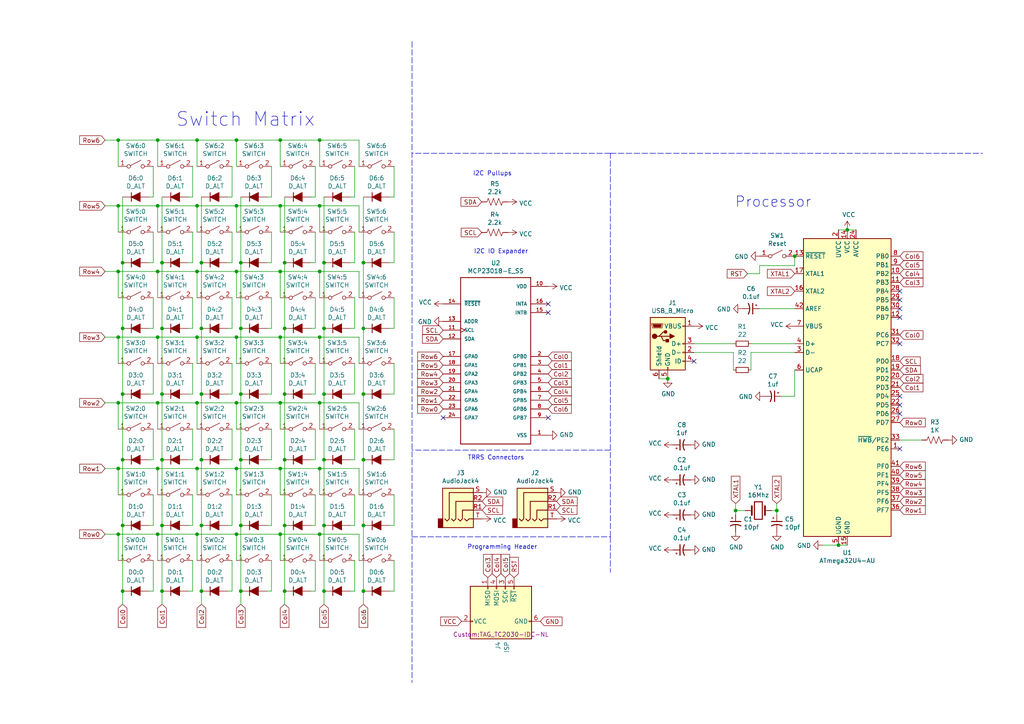
<source format=kicad_sch>
(kicad_sch (version 20231120) (generator "eeschema") (generator_version "8.0")
  (paper "A4")
  (junction (at 57.15 154.94))
  (junction (at 105.41 76.2))
  (junction (at 68.58 154.94))
  (junction (at 45.72 154.94))
  (junction (at 105.41 171.45))
  (junction (at 92.71 78.74))
  (junction (at 230.505 74.295))
  (junction (at 81.28 97.79))
  (junction (at 245.745 66.675))
  (junction (at 105.41 152.4))
  (junction (at 82.55 133.35))
  (junction (at 81.28 78.74))
  (junction (at 82.55 114.3))
  (junction (at 92.71 154.94))
  (junction (at 35.56 114.3))
  (junction (at 34.29 135.89))
  (junction (at 68.58 97.79))
  (junction (at 46.99 76.2))
  (junction (at 34.29 116.84))
  (junction (at 58.42 95.25))
  (junction (at 82.55 152.4))
  (junction (at 57.15 116.84))
  (junction (at 34.29 78.74))
  (junction (at 105.41 133.35))
  (junction (at 92.71 116.84))
  (junction (at 45.72 135.89))
  (junction (at 46.99 95.25))
  (junction (at 34.29 154.94))
  (junction (at 35.56 133.35))
  (junction (at 35.56 76.2))
  (junction (at 45.72 40.64))
  (junction (at 45.72 78.74))
  (junction (at 81.28 59.69))
  (junction (at 58.42 171.45))
  (junction (at 34.29 59.69))
  (junction (at 45.72 116.84))
  (junction (at 92.71 97.79))
  (junction (at 68.58 78.74))
  (junction (at 69.85 133.35))
  (junction (at 34.29 40.64))
  (junction (at 93.98 76.2))
  (junction (at 58.42 133.35))
  (junction (at 93.98 114.3))
  (junction (at 58.42 152.4))
  (junction (at 82.55 76.2))
  (junction (at 213.36 148.082))
  (junction (at 57.15 97.79))
  (junction (at 46.99 133.35))
  (junction (at 82.55 171.45))
  (junction (at 57.15 135.89))
  (junction (at 45.72 59.69))
  (junction (at 69.85 95.25))
  (junction (at 81.28 116.84))
  (junction (at 46.99 114.3))
  (junction (at 68.58 116.84))
  (junction (at 35.56 152.4))
  (junction (at 81.28 40.64))
  (junction (at 68.58 135.89))
  (junction (at 46.99 152.4))
  (junction (at 93.98 95.25))
  (junction (at 69.85 114.3))
  (junction (at 68.58 59.69))
  (junction (at 93.98 171.45))
  (junction (at 105.41 114.3))
  (junction (at 105.41 95.25))
  (junction (at 34.29 97.79))
  (junction (at 57.15 59.69))
  (junction (at 57.15 78.74))
  (junction (at 93.98 133.35))
  (junction (at 35.56 95.25))
  (junction (at 58.42 76.2))
  (junction (at 243.205 158.115))
  (junction (at 45.72 97.79))
  (junction (at 69.85 76.2))
  (junction (at 193.675 109.855))
  (junction (at 35.56 171.45))
  (junction (at 69.85 152.4))
  (junction (at 81.28 135.89))
  (junction (at 81.28 154.94))
  (junction (at 92.71 135.89))
  (junction (at 68.58 40.64))
  (junction (at 82.55 95.25))
  (junction (at 225.298 148.082))
  (junction (at 58.42 114.3))
  (junction (at 46.99 171.45))
  (junction (at 92.71 40.64))
  (junction (at 57.15 40.64))
  (junction (at 92.71 59.69))
  (junction (at 93.98 152.4))
  (junction (at 69.85 171.45))
  (no_connect (at 201.295 104.775))
  (no_connect (at 260.985 99.695))
  (no_connect (at 128.524 121.158))
  (no_connect (at 260.985 89.535))
  (no_connect (at 159.004 88.138))
  (no_connect (at 260.985 120.015))
  (no_connect (at 260.985 92.075))
  (no_connect (at 159.004 90.678))
  (no_connect (at 260.985 84.455))
  (no_connect (at 260.985 86.995))
  (no_connect (at 260.985 117.475))
  (no_connect (at 260.985 130.175))
  (no_connect (at 159.004 121.158))
  (no_connect (at 260.985 114.935))
  (wire (pts (xy 102.87 105.41) (xy 102.87 114.3)))
  (wire (pts (xy 45.72 154.94) (xy 57.15 154.94)))
  (wire (pts (xy 44.45 67.31) (xy 44.45 76.2)))
  (wire (pts (xy 45.72 143.51) (xy 45.72 135.89)))
  (wire (pts (xy 91.44 95.25) (xy 90.17 95.25)))
  (wire (pts (xy 30.48 154.94) (xy 34.29 154.94)))
  (wire (pts (xy 243.205 158.115) (xy 238.506 158.115)))
  (wire (pts (xy 102.87 76.2) (xy 101.6 76.2)))
  (wire (pts (xy 45.72 116.84) (xy 57.15 116.84)))
  (wire (pts (xy 58.42 152.4) (xy 58.42 133.35)))
  (wire (pts (xy 34.29 124.46) (xy 34.29 116.84)))
  (wire (pts (xy 81.28 116.84) (xy 92.71 116.84)))
  (wire (pts (xy 30.48 135.89) (xy 34.29 135.89)))
  (wire (pts (xy 105.41 76.2) (xy 105.41 95.25)))
  (wire (pts (xy 102.87 152.4) (xy 101.6 152.4)))
  (wire (pts (xy 69.85 152.4) (xy 69.85 133.35)))
  (wire (pts (xy 58.42 171.45) (xy 58.42 152.4)))
  (wire (pts (xy 55.88 86.36) (xy 55.88 95.25)))
  (wire (pts (xy 105.41 95.25) (xy 105.41 114.3)))
  (wire (pts (xy 104.14 97.79) (xy 104.14 105.41)))
  (wire (pts (xy 45.72 78.74) (xy 57.15 78.74)))
  (wire (pts (xy 35.56 175.26) (xy 35.56 171.45)))
  (wire (pts (xy 57.15 86.36) (xy 57.15 78.74)))
  (wire (pts (xy 67.31 133.35) (xy 66.04 133.35)))
  (wire (pts (xy 92.71 48.26) (xy 92.71 40.64)))
  (wire (pts (xy 230.505 114.935) (xy 226.695 114.935)))
  (wire (pts (xy 213.36 148.082) (xy 213.36 149.225)))
  (wire (pts (xy 58.42 95.25) (xy 58.42 114.3)))
  (wire (pts (xy 102.87 86.36) (xy 102.87 95.25)))
  (wire (pts (xy 78.74 152.4) (xy 77.47 152.4)))
  (wire (pts (xy 35.56 171.45) (xy 35.56 152.4)))
  (wire (pts (xy 67.31 95.25) (xy 66.04 95.25)))
  (wire (pts (xy 92.71 97.79) (xy 104.14 97.79)))
  (wire (pts (xy 45.72 162.56) (xy 45.72 154.94)))
  (wire (pts (xy 91.44 57.15) (xy 90.17 57.15)))
  (wire (pts (xy 57.15 162.56) (xy 57.15 154.94)))
  (wire (pts (xy 34.29 86.36) (xy 34.29 78.74)))
  (wire (pts (xy 102.87 143.51) (xy 102.87 152.4)))
  (wire (pts (xy 102.87 57.15) (xy 101.6 57.15)))
  (wire (pts (xy 45.72 48.26) (xy 45.72 40.64)))
  (wire (pts (xy 67.31 152.4) (xy 66.04 152.4)))
  (wire (pts (xy 81.28 86.36) (xy 81.28 78.74)))
  (wire (pts (xy 105.41 175.26) (xy 105.41 171.45)))
  (wire (pts (xy 82.55 175.26) (xy 82.55 171.45)))
  (wire (pts (xy 92.71 78.74) (xy 104.14 78.74)))
  (wire (pts (xy 78.74 86.36) (xy 78.74 95.25)))
  (wire (pts (xy 82.55 57.15) (xy 82.55 76.2)))
  (wire (pts (xy 68.58 105.41) (xy 68.58 97.79)))
  (wire (pts (xy 34.29 48.26) (xy 34.29 40.64)))
  (wire (pts (xy 30.48 40.64) (xy 34.29 40.64)))
  (wire (pts (xy 104.14 135.89) (xy 104.14 143.51)))
  (wire (pts (xy 81.28 105.41) (xy 81.28 97.79)))
  (wire (pts (xy 30.48 78.74) (xy 34.29 78.74)))
  (wire (pts (xy 44.45 86.36) (xy 44.45 95.25)))
  (wire (pts (xy 44.45 48.26) (xy 44.45 57.15)))
  (wire (pts (xy 92.71 162.56) (xy 92.71 154.94)))
  (wire (pts (xy 68.58 40.64) (xy 81.28 40.64)))
  (wire (pts (xy 104.14 59.69) (xy 104.14 67.31)))
  (wire (pts (xy 78.74 76.2) (xy 77.47 76.2)))
  (wire (pts (xy 55.88 143.51) (xy 55.88 152.4)))
  (wire (pts (xy 82.55 152.4) (xy 82.55 133.35)))
  (wire (pts (xy 45.72 105.41) (xy 45.72 97.79)))
  (wire (pts (xy 69.85 95.25) (xy 69.85 114.3)))
  (wire (pts (xy 82.55 133.35) (xy 82.55 114.3)))
  (wire (pts (xy 67.31 48.26) (xy 67.31 57.15)))
  (wire (pts (xy 260.985 127.635) (xy 267.335 127.635)))
  (wire (pts (xy 102.87 48.26) (xy 102.87 57.15)))
  (polyline (pts (xy 177.038 155.702) (xy 177.038 130.556)) (stroke (width 0) (type dash)))
  (wire (pts (xy 58.42 57.15) (xy 58.42 76.2)))
  (wire (pts (xy 55.88 48.26) (xy 55.88 57.15)))
  (wire (pts (xy 55.88 67.31) (xy 55.88 76.2)))
  (wire (pts (xy 230.505 74.295) (xy 230.505 77.0486)))
  (wire (pts (xy 46.99 76.2) (xy 46.99 95.25)))
  (wire (pts (xy 81.28 59.69) (xy 92.71 59.69)))
  (wire (pts (xy 68.58 116.84) (xy 81.28 116.84)))
  (wire (pts (xy 46.99 175.26) (xy 46.99 171.45)))
  (wire (pts (xy 57.15 67.31) (xy 57.15 59.69)))
  (wire (pts (xy 92.71 40.64) (xy 104.14 40.64)))
  (wire (pts (xy 68.58 97.79) (xy 81.28 97.79)))
  (wire (pts (xy 35.56 152.4) (xy 35.56 133.35)))
  (wire (pts (xy 217.805 99.695) (xy 230.505 99.695)))
  (wire (pts (xy 230.505 89.535) (xy 220.345 89.535)))
  (wire (pts (xy 114.3 162.56) (xy 114.3 171.45)))
  (wire (pts (xy 67.31 124.46) (xy 67.31 133.35)))
  (wire (pts (xy 93.98 133.35) (xy 93.98 114.3)))
  (wire (pts (xy 81.28 143.51) (xy 81.28 135.89)))
  (wire (pts (xy 91.44 143.51) (xy 91.44 152.4)))
  (wire (pts (xy 114.3 133.35) (xy 113.03 133.35)))
  (wire (pts (xy 81.28 162.56) (xy 81.28 154.94)))
  (wire (pts (xy 78.74 162.56) (xy 78.74 171.45)))
  (wire (pts (xy 102.87 114.3) (xy 101.6 114.3)))
  (wire (pts (xy 68.58 67.31) (xy 68.58 59.69)))
  (wire (pts (xy 91.44 152.4) (xy 90.17 152.4)))
  (polyline (pts (xy 119.507 155.702) (xy 177.038 155.702)) (stroke (width 0) (type dash)))
  (wire (pts (xy 46.99 95.25) (xy 46.99 114.3)))
  (wire (pts (xy 44.45 114.3) (xy 43.18 114.3)))
  (wire (pts (xy 105.41 152.4) (xy 105.41 133.35)))
  (wire (pts (xy 114.3 86.36) (xy 114.3 95.25)))
  (wire (pts (xy 213.36 146.05) (xy 213.36 148.082)))
  (wire (pts (xy 93.98 152.4) (xy 93.98 133.35)))
  (wire (pts (xy 104.14 78.74) (xy 104.14 86.36)))
  (wire (pts (xy 102.87 162.56) (xy 102.87 171.45)))
  (wire (pts (xy 93.98 76.2) (xy 93.98 95.25)))
  (wire (pts (xy 114.3 114.3) (xy 113.03 114.3)))
  (wire (pts (xy 44.45 133.35) (xy 43.18 133.35)))
  (wire (pts (xy 216.154 148.082) (xy 213.36 148.082)))
  (wire (pts (xy 57.15 105.41) (xy 57.15 97.79)))
  (wire (pts (xy 34.29 162.56) (xy 34.29 154.94)))
  (wire (pts (xy 35.56 57.15) (xy 35.56 76.2)))
  (wire (pts (xy 34.29 105.41) (xy 34.29 97.79)))
  (wire (pts (xy 81.28 48.26) (xy 81.28 40.64)))
  (wire (pts (xy 44.45 76.2) (xy 43.18 76.2)))
  (wire (pts (xy 34.29 135.89) (xy 45.72 135.89)))
  (wire (pts (xy 68.58 162.56) (xy 68.58 154.94)))
  (wire (pts (xy 45.72 67.31) (xy 45.72 59.69)))
  (wire (pts (xy 91.44 86.36) (xy 91.44 95.25)))
  (wire (pts (xy 81.28 67.31) (xy 81.28 59.69)))
  (polyline (pts (xy 177.038 44.45) (xy 284.988 44.45)) (stroke (width 0) (type dash)))
  (wire (pts (xy 102.87 124.46) (xy 102.87 133.35)))
  (wire (pts (xy 45.72 86.36) (xy 45.72 78.74)))
  (wire (pts (xy 67.31 76.2) (xy 66.04 76.2)))
  (wire (pts (xy 92.71 105.41) (xy 92.71 97.79)))
  (wire (pts (xy 91.44 124.46) (xy 91.44 133.35)))
  (wire (pts (xy 217.805 107.315) (xy 217.805 102.235)))
  (wire (pts (xy 67.31 105.41) (xy 67.31 114.3)))
  (wire (pts (xy 114.3 124.46) (xy 114.3 133.35)))
  (wire (pts (xy 105.41 133.35) (xy 105.41 114.3)))
  (wire (pts (xy 91.44 105.41) (xy 91.44 114.3)))
  (wire (pts (xy 92.71 67.31) (xy 92.71 59.69)))
  (wire (pts (xy 91.44 67.31) (xy 91.44 76.2)))
  (wire (pts (xy 68.58 124.46) (xy 68.58 116.84)))
  (wire (pts (xy 201.295 102.235) (xy 212.725 102.235)))
  (wire (pts (xy 30.48 97.79) (xy 34.29 97.79)))
  (polyline (pts (xy 177.038 44.45) (xy 119.507 44.45)) (stroke (width 0) (type dash)))
  (wire (pts (xy 114.3 143.51) (xy 114.3 152.4)))
  (wire (pts (xy 67.31 162.56) (xy 67.31 171.45)))
  (wire (pts (xy 78.74 133.35) (xy 77.47 133.35)))
  (wire (pts (xy 102.87 133.35) (xy 101.6 133.35)))
  (wire (pts (xy 91.44 171.45) (xy 90.17 171.45)))
  (wire (pts (xy 114.3 152.4) (xy 113.03 152.4)))
  (wire (pts (xy 68.58 135.89) (xy 81.28 135.89)))
  (wire (pts (xy 35.56 133.35) (xy 35.56 114.3)))
  (wire (pts (xy 45.72 97.79) (xy 57.15 97.79)))
  (wire (pts (xy 57.15 40.64) (xy 68.58 40.64)))
  (wire (pts (xy 245.745 158.115) (xy 243.205 158.115)))
  (wire (pts (xy 35.56 95.25) (xy 35.56 114.3)))
  (wire (pts (xy 55.88 152.4) (xy 54.61 152.4)))
  (wire (pts (xy 46.99 171.45) (xy 46.99 152.4)))
  (wire (pts (xy 225.298 148.082) (xy 225.298 149.225)))
  (wire (pts (xy 68.58 86.36) (xy 68.58 78.74)))
  (wire (pts (xy 93.98 57.15) (xy 93.98 76.2)))
  (wire (pts (xy 68.58 143.51) (xy 68.58 135.89)))
  (wire (pts (xy 114.3 171.45) (xy 113.03 171.45)))
  (wire (pts (xy 102.87 67.31) (xy 102.87 76.2)))
  (wire (pts (xy 92.71 124.46) (xy 92.71 116.84)))
  (wire (pts (xy 82.55 171.45) (xy 82.55 152.4)))
  (wire (pts (xy 57.15 116.84) (xy 68.58 116.84)))
  (wire (pts (xy 220.3113 79.375) (xy 216.789 79.375)))
  (wire (pts (xy 67.31 171.45) (xy 66.04 171.45)))
  (wire (pts (xy 55.88 124.46) (xy 55.88 133.35)))
  (wire (pts (xy 67.31 86.36) (xy 67.31 95.25)))
  (wire (pts (xy 55.88 95.25) (xy 54.61 95.25)))
  (wire (pts (xy 67.31 114.3) (xy 66.04 114.3)))
  (wire (pts (xy 34.29 143.51) (xy 34.29 135.89)))
  (wire (pts (xy 78.74 171.45) (xy 77.47 171.45)))
  (wire (pts (xy 57.15 59.69) (xy 68.58 59.69)))
  (wire (pts (xy 93.98 95.25) (xy 93.98 114.3)))
  (wire (pts (xy 45.72 40.64) (xy 57.15 40.64)))
  (wire (pts (xy 68.58 48.26) (xy 68.58 40.64)))
  (wire (pts (xy 191.135 109.855) (xy 193.675 109.855)))
  (wire (pts (xy 114.3 67.31) (xy 114.3 76.2)))
  (wire (pts (xy 55.88 133.35) (xy 54.61 133.35)))
  (wire (pts (xy 92.71 59.69) (xy 104.14 59.69)))
  (wire (pts (xy 105.41 57.15) (xy 105.41 76.2)))
  (wire (pts (xy 69.85 133.35) (xy 69.85 114.3)))
  (wire (pts (xy 201.295 99.695) (xy 212.725 99.695)))
  (wire (pts (xy 46.99 152.4) (xy 46.99 133.35)))
  (wire (pts (xy 34.29 78.74) (xy 45.72 78.74)))
  (wire (pts (xy 92.71 116.84) (xy 104.14 116.84)))
  (wire (pts (xy 57.15 154.94) (xy 68.58 154.94)))
  (wire (pts (xy 102.87 95.25) (xy 101.6 95.25)))
  (wire (pts (xy 44.45 162.56) (xy 44.45 171.45)))
  (wire (pts (xy 55.88 105.41) (xy 55.88 114.3)))
  (wire (pts (xy 58.42 133.35) (xy 58.42 114.3)))
  (wire (pts (xy 55.88 57.15) (xy 54.61 57.15)))
  (wire (pts (xy 92.71 135.89) (xy 104.14 135.89)))
  (wire (pts (xy 69.85 57.15) (xy 69.85 76.2)))
  (wire (pts (xy 46.99 57.15) (xy 46.99 76.2)))
  (wire (pts (xy 114.3 105.41) (xy 114.3 114.3)))
  (wire (pts (xy 44.45 152.4) (xy 43.18 152.4)))
  (wire (pts (xy 245.745 66.675) (xy 248.285 66.675)))
  (wire (pts (xy 114.3 95.25) (xy 113.03 95.25)))
  (wire (pts (xy 104.14 154.94) (xy 104.14 162.56)))
  (wire (pts (xy 92.71 86.36) (xy 92.71 78.74)))
  (wire (pts (xy 30.48 59.69) (xy 34.29 59.69)))
  (wire (pts (xy 45.72 135.89) (xy 57.15 135.89)))
  (wire (pts (xy 91.44 162.56) (xy 91.44 171.45)))
  (wire (pts (xy 81.28 135.89) (xy 92.71 135.89)))
  (wire (pts (xy 69.85 171.45) (xy 69.85 152.4)))
  (wire (pts (xy 44.45 95.25) (xy 43.18 95.25)))
  (wire (pts (xy 93.98 171.45) (xy 93.98 152.4)))
  (wire (pts (xy 82.55 76.2) (xy 82.55 95.25)))
  (wire (pts (xy 57.15 143.51) (xy 57.15 135.89)))
  (wire (pts (xy 217.805 102.235) (xy 230.505 102.235)))
  (wire (pts (xy 34.29 59.69) (xy 45.72 59.69)))
  (wire (pts (xy 81.28 40.64) (xy 92.71 40.64)))
  (wire (pts (xy 58.42 76.2) (xy 58.42 95.25)))
  (wire (pts (xy 34.29 67.31) (xy 34.29 59.69)))
  (wire (pts (xy 105.41 171.45) (xy 105.41 152.4)))
  (wire (pts (xy 225.298 146.05) (xy 225.298 148.082)))
  (wire (pts (xy 68.58 78.74) (xy 81.28 78.74)))
  (wire (pts (xy 45.72 124.46) (xy 45.72 116.84)))
  (wire (pts (xy 55.88 114.3) (xy 54.61 114.3)))
  (wire (pts (xy 81.28 124.46) (xy 81.28 116.84)))
  (wire (pts (xy 81.28 97.79) (xy 92.71 97.79)))
  (wire (pts (xy 78.74 105.41) (xy 78.74 114.3)))
  (wire (pts (xy 55.88 76.2) (xy 54.61 76.2)))
  (wire (pts (xy 69.85 76.2) (xy 69.85 95.25)))
  (wire (pts (xy 114.3 76.2) (xy 113.03 76.2)))
  (wire (pts (xy 57.15 124.46) (xy 57.15 116.84)))
  (wire (pts (xy 92.71 154.94) (xy 104.14 154.94)))
  (wire (pts (xy 104.14 40.64) (xy 104.14 48.26)))
  (wire (pts (xy 212.725 102.235) (xy 212.725 107.315)))
  (wire (pts (xy 57.15 97.79) (xy 68.58 97.79)))
  (polyline (pts (xy 119.507 12.065) (xy 119.507 197.993)) (stroke (width 0) (type dash)))
  (wire (pts (xy 92.71 143.51) (xy 92.71 135.89)))
  (wire (pts (xy 78.74 57.15) (xy 77.47 57.15)))
  (wire (pts (xy 58.42 175.26) (xy 58.42 171.45)))
  (wire (pts (xy 78.74 114.3) (xy 77.47 114.3)))
  (polyline (pts (xy 177.038 155.702) (xy 177.038 165.989)) (stroke (width 0) (type dash)))
  (wire (pts (xy 35.56 76.2) (xy 35.56 95.25)))
  (wire (pts (xy 93.98 175.26) (xy 93.98 171.45)))
  (wire (pts (xy 44.45 143.51) (xy 44.45 152.4)))
  (wire (pts (xy 34.29 40.64) (xy 45.72 40.64)))
  (wire (pts (xy 114.3 57.15) (xy 113.03 57.15)))
  (wire (pts (xy 68.58 59.69) (xy 81.28 59.69)))
  (wire (pts (xy 102.87 171.45) (xy 101.6 171.45)))
  (wire (pts (xy 220.3113 77.0486) (xy 220.3113 79.375)))
  (wire (pts (xy 68.58 154.94) (xy 81.28 154.94)))
  (polyline (pts (xy 177.038 130.556) (xy 177.038 44.45)) (stroke (width 0) (type dash)))
  (wire (pts (xy 67.31 57.15) (xy 66.04 57.15)))
  (wire (pts (xy 30.48 116.84) (xy 34.29 116.84)))
  (wire (pts (xy 230.505 107.315) (xy 230.505 114.935)))
  (wire (pts (xy 67.31 67.31) (xy 67.31 76.2)))
  (wire (pts (xy 81.28 154.94) (xy 92.71 154.94)))
  (wire (pts (xy 44.45 124.46) (xy 44.45 133.35)))
  (wire (pts (xy 78.74 143.51) (xy 78.74 152.4)))
  (wire (pts (xy 46.99 133.35) (xy 46.99 114.3)))
  (wire (pts (xy 44.45 171.45) (xy 43.18 171.45)))
  (wire (pts (xy 57.15 78.74) (xy 68.58 78.74)))
  (wire (pts (xy 69.85 175.26) (xy 69.85 171.45)))
  (wire (pts (xy 78.74 67.31) (xy 78.74 76.2)))
  (wire (pts (xy 34.29 154.94) (xy 45.72 154.94)))
  (wire (pts (xy 81.28 78.74) (xy 92.71 78.74)))
  (wire (pts (xy 230.505 77.0486) (xy 220.3113 77.0486)))
  (wire (pts (xy 91.44 133.35) (xy 90.17 133.35)))
  (wire (pts (xy 91.44 76.2) (xy 90.17 76.2)))
  (polyline (pts (xy 177.038 130.556) (xy 119.507 130.556)) (stroke (width 0) (type dash)))
  (wire (pts (xy 114.3 48.26) (xy 114.3 57.15)))
  (wire (pts (xy 55.88 162.56) (xy 55.88 171.45)))
  (wire (pts (xy 91.44 114.3) (xy 90.17 114.3)))
  (wire (pts (xy 104.14 116.84) (xy 104.14 124.46)))
  (wire (pts (xy 82.55 95.25) (xy 82.55 114.3)))
  (wire (pts (xy 34.29 116.84) (xy 45.72 116.84)))
  (wire (pts (xy 78.74 48.26) (xy 78.74 57.15)))
  (wire (pts (xy 34.29 97.79) (xy 45.72 97.79)))
  (wire (pts (xy 91.44 48.26) (xy 91.44 57.15)))
  (wire (pts (xy 67.31 143.51) (xy 67.31 152.4)))
  (wire (pts (xy 78.74 95.25) (xy 77.47 95.25)))
  (wire (pts (xy 243.205 66.675) (xy 245.745 66.675)))
  (wire (pts (xy 44.45 105.41) (xy 44.45 114.3)))
  (wire (pts (xy 57.15 48.26) (xy 57.15 40.64)))
  (wire (pts (xy 78.74 124.46) (xy 78.74 133.35)))
  (wire (pts (xy 57.15 135.89) (xy 68.58 135.89)))
  (wire (pts (xy 44.45 57.15) (xy 43.18 57.15)))
  (wire (pts (xy 45.72 59.69) (xy 57.15 59.69)))
  (wire (pts (xy 223.774 148.082) (xy 225.298 148.082)))
  (wire (pts (xy 55.88 171.45) (xy 54.61 171.45)))
  (text "I2C Pullups" (at 137.16 51.181 0) (effects (font (size 1.27 1.27)) (justify left bottom)))
  (text "TRRS Connectors" (at 135.636 133.604 0) (effects (font (size 1.27 1.27)) (justify left bottom)))
  (text "Switch Matrix" (at 50.927 37.084 0) (effects (font (size 4 4)) (justify left bottom)))
  (text "Programming Header" (at 135.509 159.512 0) (effects (font (size 1.27 1.27)) (justify left bottom)))
  (text "I2C IO Expander" (at 137.414 73.787 0) (effects (font (size 1.27 1.27)) (justify left bottom)))
  (text "Processor" (at 213.106 60.452 0) (effects (font (size 3 3)) (justify left bottom)))
  (global_label "Row1" (shape input) (at 260.985 147.955 0) (property "Intersheetrefs" "${INTERSHEET_REFS}" (effects (hide yes))))
  (global_label "Col0" (shape input) (at 260.985 97.155 0) (property "Intersheetrefs" "${INTERSHEET_REFS}" (effects (hide yes))))
  (global_label "Col4" (shape input) (at 144.018 167.513 90) (property "Intersheetrefs" "${INTERSHEET_REFS}" (effects (hide yes))))
  (global_label "Row4" (shape input) (at 260.985 140.335 0) (property "Intersheetrefs" "${INTERSHEET_REFS}" (effects (hide yes))))
  (global_label "XTAL1" (shape input) (at 230.505 79.375 180) (property "Intersheetrefs" "${INTERSHEET_REFS}" (effects (hide yes))))
  (global_label "Row5" (shape input) (at 30.48 59.69 180) (property "Intersheetrefs" "${INTERSHEET_REFS}" (effects (hide yes))))
  (global_label "VCC" (shape input) (at 133.858 180.213 180) (property "Intersheetrefs" "${INTERSHEET_REFS}" (effects (hide yes))))
  (global_label "Col6" (shape input) (at 260.985 74.295 0) (property "Intersheetrefs" "${INTERSHEET_REFS}" (effects (hide yes))))
  (global_label "SDA" (shape input) (at 139.827 145.415 0) (property "Intersheetrefs" "${INTERSHEET_REFS}" (effects (hide yes))))
  (global_label "XTAL2" (shape input) (at 225.298 146.05 90) (property "Intersheetrefs" "${INTERSHEET_REFS}" (effects (hide yes))))
  (global_label "Col1" (shape input) (at 260.985 112.395 0) (property "Intersheetrefs" "${INTERSHEET_REFS}" (effects (hide yes))))
  (global_label "Row6" (shape input) (at 260.985 135.255 0) (property "Intersheetrefs" "${INTERSHEET_REFS}" (effects (hide yes))))
  (global_label "XTAL2" (shape input) (at 230.505 84.455 180) (property "Intersheetrefs" "${INTERSHEET_REFS}" (effects (hide yes))))
  (global_label "XTAL1" (shape input) (at 213.36 146.05 90) (property "Intersheetrefs" "${INTERSHEET_REFS}" (effects (hide yes))))
  (global_label "Row2" (shape input) (at 128.524 113.538 180) (property "Intersheetrefs" "${INTERSHEET_REFS}" (effects (hide yes))))
  (global_label "Col3" (shape input) (at 260.985 81.915 0) (property "Intersheetrefs" "${INTERSHEET_REFS}" (effects (hide yes))))
  (global_label "SCL" (shape input) (at 260.985 104.775 0) (property "Intersheetrefs" "${INTERSHEET_REFS}" (effects (hide yes))))
  (global_label "SDA" (shape input) (at 139.7 58.547 180) (property "Intersheetrefs" "${INTERSHEET_REFS}" (effects (hide yes))))
  (global_label "Col6" (shape input) (at 105.41 175.26 270) (property "Intersheetrefs" "${INTERSHEET_REFS}" (effects (hide yes))))
  (global_label "Col5" (shape input) (at 146.558 167.513 90) (property "Intersheetrefs" "${INTERSHEET_REFS}" (effects (hide yes))))
  (global_label "Col3" (shape input) (at 159.004 110.998 0) (property "Intersheetrefs" "${INTERSHEET_REFS}" (effects (hide yes))))
  (global_label "Col1" (shape input) (at 46.99 175.26 270) (property "Intersheetrefs" "${INTERSHEET_REFS}" (effects (hide yes))))
  (global_label "SDA" (shape input) (at 128.524 98.298 180) (property "Intersheetrefs" "${INTERSHEET_REFS}" (effects (hide yes))))
  (global_label "Row4" (shape input) (at 128.524 108.458 180) (property "Intersheetrefs" "${INTERSHEET_REFS}" (effects (hide yes))))
  (global_label "Row0" (shape input) (at 260.985 122.555 0) (property "Intersheetrefs" "${INTERSHEET_REFS}" (effects (hide yes))))
  (global_label "Col0" (shape input) (at 159.004 103.378 0) (property "Intersheetrefs" "${INTERSHEET_REFS}" (effects (hide yes))))
  (global_label "Col6" (shape input) (at 159.004 118.618 0) (property "Intersheetrefs" "${INTERSHEET_REFS}" (effects (hide yes))))
  (global_label "Row5" (shape input) (at 128.524 105.918 180) (property "Intersheetrefs" "${INTERSHEET_REFS}" (effects (hide yes))))
  (global_label "Row2" (shape input) (at 260.985 145.415 0) (property "Intersheetrefs" "${INTERSHEET_REFS}" (effects (hide yes))))
  (global_label "GND" (shape input) (at 156.718 180.213 0) (property "Intersheetrefs" "${INTERSHEET_REFS}" (effects (hide yes))))
  (global_label "Col4" (shape input) (at 260.985 79.375 0) (property "Intersheetrefs" "${INTERSHEET_REFS}" (effects (hide yes))))
  (global_label "Col2" (shape input) (at 260.985 109.855 0) (property "Intersheetrefs" "${INTERSHEET_REFS}" (effects (hide yes))))
  (global_label "Col5" (shape input) (at 93.98 175.26 270) (property "Intersheetrefs" "${INTERSHEET_REFS}" (effects (hide yes))))
  (global_label "Col2" (shape input) (at 159.004 108.458 0) (property "Intersheetrefs" "${INTERSHEET_REFS}" (effects (hide yes))))
  (global_label "Col3" (shape input) (at 69.85 175.26 270) (property "Intersheetrefs" "${INTERSHEET_REFS}" (effects (hide yes))))
  (global_label "Row6" (shape input) (at 128.524 103.378 180) (property "Intersheetrefs" "${INTERSHEET_REFS}" (effects (hide yes))))
  (global_label "Row3" (shape input) (at 260.985 142.875 0) (property "Intersheetrefs" "${INTERSHEET_REFS}" (effects (hide yes))))
  (global_label "Col2" (shape input) (at 58.42 175.26 270) (property "Intersheetrefs" "${INTERSHEET_REFS}" (effects (hide yes))))
  (global_label "Row5" (shape input) (at 260.985 137.795 0) (property "Intersheetrefs" "${INTERSHEET_REFS}" (effects (hide yes))))
  (global_label "Row4" (shape input) (at 30.48 78.74 180) (property "Intersheetrefs" "${INTERSHEET_REFS}" (effects (hide yes))))
  (global_label "Row6" (shape input) (at 30.48 40.64 180) (property "Intersheetrefs" "${INTERSHEET_REFS}" (effects (hide yes))))
  (global_label "Row1" (shape input) (at 30.48 135.89 180) (property "Intersheetrefs" "${INTERSHEET_REFS}" (effects (hide yes))))
  (global_label "Col0" (shape input) (at 35.56 175.26 270) (property "Intersheetrefs" "${INTERSHEET_REFS}" (effects (hide yes))))
  (global_label "Col3" (shape input) (at 141.478 167.513 90) (property "Intersheetrefs" "${INTERSHEET_REFS}" (effects (hide yes))))
  (global_label "Col5" (shape input) (at 260.985 76.835 0) (property "Intersheetrefs" "${INTERSHEET_REFS}" (effects (hide yes))))
  (global_label "SCL" (shape input) (at 139.7 67.437 180) (property "Intersheetrefs" "${INTERSHEET_REFS}" (effects (hide yes))))
  (global_label "SCL" (shape input) (at 139.827 147.955 0) (property "Intersheetrefs" "${INTERSHEET_REFS}" (effects (hide yes))))
  (global_label "RST" (shape input) (at 216.789 79.375 180) (property "Intersheetrefs" "${INTERSHEET_REFS}" (effects (hide yes))))
  (global_label "Row3" (shape input) (at 128.524 110.998 180) (property "Intersheetrefs" "${INTERSHEET_REFS}" (effects (hide yes))))
  (global_label "Col1" (shape input) (at 159.004 105.918 0) (property "Intersheetrefs" "${INTERSHEET_REFS}" (effects (hide yes))))
  (global_label "Col4" (shape input) (at 159.004 113.538 0) (property "Intersheetrefs" "${INTERSHEET_REFS}" (effects (hide yes))))
  (global_label "Row2" (shape input) (at 30.48 116.84 180) (property "Intersheetrefs" "${INTERSHEET_REFS}" (effects (hide yes))))
  (global_label "SCL" (shape input) (at 161.417 147.955 0) (property "Intersheetrefs" "${INTERSHEET_REFS}" (effects (hide yes))))
  (global_label "Col4" (shape input) (at 82.55 175.26 270) (property "Intersheetrefs" "${INTERSHEET_REFS}" (effects (hide yes))))
  (global_label "SDA" (shape input) (at 161.417 145.415 0) (property "Intersheetrefs" "${INTERSHEET_REFS}" (effects (hide yes))))
  (global_label "RST" (shape input) (at 149.098 167.513 90) (property "Intersheetrefs" "${INTERSHEET_REFS}" (effects (hide yes))))
  (global_label "Row1" (shape input) (at 128.524 116.078 180) (property "Intersheetrefs" "${INTERSHEET_REFS}" (effects (hide yes))))
  (global_label "Row3" (shape input) (at 30.48 97.79 180) (property "Intersheetrefs" "${INTERSHEET_REFS}" (effects (hide yes))))
  (global_label "SCL" (shape input) (at 128.524 95.758 180) (property "Intersheetrefs" "${INTERSHEET_REFS}" (effects (hide yes))))
  (global_label "Row0" (shape input) (at 30.48 154.94 180) (property "Intersheetrefs" "${INTERSHEET_REFS}" (effects (hide yes))))
  (global_label "Col5" (shape input) (at 159.004 116.078 0) (property "Intersheetrefs" "${INTERSHEET_REFS}" (effects (hide yes))))
  (global_label "SDA" (shape input) (at 260.985 107.315 0) (property "Intersheetrefs" "${INTERSHEET_REFS}" (effects (hide yes))))
  (global_label "Row0" (shape input) (at 128.524 118.618 180) (property "Intersheetrefs" "${INTERSHEET_REFS}" (effects (hide yes))))
  (symbol (lib_id "Ergo_EX-rescue:MCP23018-E_SS-MCP23018-E_SS") (at 143.764 105.918 0) (unit 1)
    (property "Reference" "U2" (at 143.764 76.2762 0))
    (property "Value" "MCP23018-E_SS" (at 143.764 78.5876 0))
    (property "Footprint" "MCP23018-E_SS:SOP65P780X200-24N" (effects (hide yes)))
    (property "Datasheet" "Unavailable" (effects (hide yes)))
    (property "Field4" "IC: expander; 16bit I/O port; I2C; SSOP24; 1.8÷5.5VDC" (effects (hide yes)))
    (property "Field5" "SSOP-24 Microchip" (effects (hide yes)))
    (property "Field6" "Microchip" (effects (hide yes)))
    (property "Field7" "None" (effects (hide yes)))
    (property "Field8" "MCP23018-E/SS" (effects (hide yes)))
  )
  (symbol (lib_id "Ergo_EX-rescue:ATmega32U4-AU-MCU_Microchip_ATmega") (at 245.745 112.395 0) (unit 1)
    (property "Reference" "U1" (at 245.745 160.2994 0))
    (property "Value" "ATmega32U4-AU" (at 245.745 162.6108 0))
    (property "Footprint" "Package_QFP:TQFP-44_10x10mm_P0.8mm" (effects (hide yes)))
    (property "Datasheet" "http://ww1.microchip.com/downloads/en/DeviceDoc/Atmel-7766-8-bit-AVR-ATmega16U4-32U4_Datasheet.pdf" (effects (hide yes)))
  )
  (symbol (lib_id "power:GND") (at 128.524 93.218 270) (unit 1)
    (property "Reference" "#PWR0101" (effects (hide yes)))
    (property "Value" "GND" (at 125.2728 93.345 90) (effects (justify right)))
  )
  (symbol (lib_id "power:VCC") (at 128.524 88.138 90) (unit 1)
    (property "Reference" "#PWR0102" (effects (hide yes)))
    (property "Value" "VCC" (at 125.2982 87.6808 90) (effects (justify left)))
  )
  (symbol (lib_id "power:GND") (at 159.004 126.238 90) (unit 1)
    (property "Reference" "#PWR0103" (effects (hide yes)))
    (property "Value" "GND" (at 162.2552 126.111 90) (effects (justify right)))
  )
  (symbol (lib_id "power:VCC") (at 159.004 83.058 270) (unit 1)
    (property "Reference" "#PWR0104" (effects (hide yes)))
    (property "Value" "VCC" (at 162.2552 83.4898 90) (effects (justify left)))
  )
  (symbol (lib_id "Connector:USB_B_Micro") (at 193.675 99.695 0) (unit 1)
    (property "Reference" "J1" (at 195.072 87.8332 0))
    (property "Value" "USB_B_Micro" (at 195.072 90.1446 0))
    (property "Footprint" "custom_footprints:USBMINImod" (effects (hide yes)))
  )
  (symbol (lib_id "Device:R_Small") (at 215.265 99.695 270) (unit 1)
    (property "Reference" "R1" (at 215.265 94.7166 90))
    (property "Value" "22" (at 215.265 97.028 90))
    (property "Footprint" "Resistor_SMD:R_0805_2012Metric" (effects (hide yes)))
  )
  (symbol (lib_id "Device:R_Small") (at 215.265 107.315 270) (unit 1)
    (property "Reference" "R2" (at 215.265 102.3366 90))
    (property "Value" "22" (at 215.265 104.648 90))
    (property "Footprint" "Resistor_SMD:R_0805_2012Metric" (effects (hide yes)))
  )
  (symbol (lib_id "Switch:SW_SPST") (at 225.425 74.295 0) (unit 1)
    (property "Reference" "SW1" (at 225.425 68.326 0))
    (property "Value" "Reset" (at 225.425 70.6374 0))
    (property "Footprint" "Button_Switch_SMD:SW_SPST_B3U-1100P" (effects (hide yes)))
  )
  (symbol (lib_id "power:GND") (at 220.345 74.295 270) (unit 1)
    (property "Reference" "#PWR0105" (effects (hide yes)))
    (property "Value" "GND" (at 217.0938 74.422 90) (effects (justify right)))
  )
  (symbol (lib_id "power:GND") (at 193.675 109.855 0) (unit 1)
    (property "Reference" "#PWR0106" (effects (hide yes)))
    (property "Value" "GND" (at 193.802 114.2492 0))
  )
  (symbol (lib_id "power:VCC") (at 245.745 66.675 0) (unit 1)
    (property "Reference" "#PWR0107" (effects (hide yes)))
    (property "Value" "VCC" (at 246.1768 62.2808 0))
  )
  (symbol (lib_id "Device:CP1_Small") (at 197.739 159.512 90) (unit 1)
    (property "Reference" "C4" (at 197.739 153.7208 90))
    (property "Value" "0.1uf" (at 197.739 156.0322 90))
    (property "Footprint" "Capacitor_SMD:C_0603_1608Metric" (effects (hide yes)))
  )
  (symbol (lib_id "Device:CP1_Small") (at 217.805 89.535 270) (unit 1)
    (property "Reference" "C6" (at 217.805 83.7438 90))
    (property "Value" "0.1uf" (at 217.805 86.0552 90))
    (property "Footprint" "Capacitor_SMD:C_0603_1608Metric" (effects (hide yes)))
  )
  (symbol (lib_id "power:GND") (at 215.265 89.535 270) (unit 1)
    (property "Reference" "#PWR0109" (effects (hide yes)))
    (property "Value" "GND" (at 212.0138 89.662 90) (effects (justify right)))
  )
  (symbol (lib_id "Device:R_US") (at 271.145 127.635 270) (unit 1)
    (property "Reference" "R3" (at 271.145 122.428 90))
    (property "Value" "1K" (at 271.145 124.7394 90))
    (property "Footprint" "Resistor_SMD:R_0805_2012Metric" (effects (hide yes)))
  )
  (symbol (lib_id "power:GND") (at 274.955 127.635 90) (unit 1)
    (property "Reference" "#PWR0110" (effects (hide yes)))
    (property "Value" "GND" (at 278.2062 127.508 90) (effects (justify right)))
  )
  (symbol (lib_id "power:VCC") (at 201.295 94.615 270) (unit 1)
    (property "Reference" "#PWR0111" (effects (hide yes)))
    (property "Value" "VCC" (at 204.5462 95.0468 90) (effects (justify left)))
  )
  (symbol (lib_id "power:VCC") (at 230.505 94.615 90) (unit 1)
    (property "Reference" "#PWR0112" (effects (hide yes)))
    (property "Value" "VCC" (at 227.2792 94.1578 90) (effects (justify left)))
  )
  (symbol (lib_id "power:VCC") (at 195.199 159.512 90) (unit 1)
    (property "Reference" "#PWR0114" (effects (hide yes)))
    (property "Value" "VCC" (at 191.9732 159.0548 90) (effects (justify left)))
  )
  (symbol (lib_id "power:GND") (at 200.279 159.512 90) (unit 1)
    (property "Reference" "#PWR0115" (effects (hide yes)))
    (property "Value" "GND" (at 203.5302 159.385 90) (effects (justify right)))
  )
  (symbol (lib_id "Device:CP1_Small") (at 224.155 114.935 270) (unit 1)
    (property "Reference" "C7" (at 224.155 109.1438 90))
    (property "Value" "1uf" (at 224.155 111.4552 90))
    (property "Footprint" "Capacitor_SMD:C_0805_2012Metric" (effects (hide yes)))
  )
  (symbol (lib_id "power:GND") (at 221.615 114.935 270) (unit 1)
    (property "Reference" "#PWR0116" (effects (hide yes)))
    (property "Value" "GND" (at 218.3638 115.062 90) (effects (justify right)))
  )
  (symbol (lib_id "Device:CP1_Small") (at 197.739 149.352 90) (unit 1)
    (property "Reference" "C3" (at 197.739 143.5608 90))
    (property "Value" "0.1uf" (at 197.739 145.8722 90))
    (property "Footprint" "Capacitor_SMD:C_0603_1608Metric" (effects (hide yes)))
  )
  (symbol (lib_id "power:VCC") (at 195.199 149.352 90) (unit 1)
    (property "Reference" "#PWR0117" (effects (hide yes)))
    (property "Value" "VCC" (at 191.9732 148.8948 90) (effects (justify left)))
  )
  (symbol (lib_id "power:GND") (at 200.279 149.352 90) (unit 1)
    (property "Reference" "#PWR0118" (effects (hide yes)))
    (property "Value" "GND" (at 203.5302 149.225 90) (effects (justify right)))
  )
  (symbol (lib_id "Device:CP1_Small") (at 197.739 139.192 90) (unit 1)
    (property "Reference" "C2" (at 197.739 133.4008 90))
    (property "Value" "0.1uf" (at 197.739 135.7122 90))
    (property "Footprint" "Capacitor_SMD:C_0603_1608Metric" (effects (hide yes)))
  )
  (symbol (lib_id "power:VCC") (at 195.199 139.192 90) (unit 1)
    (property "Reference" "#PWR0119" (effects (hide yes)))
    (property "Value" "VCC" (at 191.9732 138.7348 90) (effects (justify left)))
  )
  (symbol (lib_id "power:GND") (at 200.279 139.192 90) (unit 1)
    (property "Reference" "#PWR0120" (effects (hide yes)))
    (property "Value" "GND" (at 203.5302 139.065 90) (effects (justify right)))
  )
  (symbol (lib_id "Device:Crystal") (at 219.964 148.082 0) (unit 1)
    (property "Reference" "Y1" (at 219.964 141.2748 0))
    (property "Value" "16Mhz" (at 219.964 143.5862 0))
    (property "Footprint" "Crystal:Crystal_SMD_3225-4Pin_3.2x2.5mm" (effects (hide yes)))
  )
  (symbol (lib_id "Device:CP1_Small") (at 213.36 151.765 0) (unit 1)
    (property "Reference" "C1" (at 215.6714 150.5966 0) (effects (justify left)))
    (property "Value" "10pf" (at 215.6714 152.908 0) (effects (justify left)))
    (property "Footprint" "Capacitor_SMD:C_0402_1005Metric" (effects (hide yes)))
  )
  (symbol (lib_id "Device:CP1_Small") (at 225.298 151.765 0) (unit 1)
    (property "Reference" "C5" (at 227.6094 150.5966 0) (effects (justify left)))
    (property "Value" "10pf" (at 227.6094 152.908 0) (effects (justify left)))
    (property "Footprint" "Capacitor_SMD:C_0402_1005Metric" (effects (hide yes)))
  )
  (symbol (lib_id "power:GND") (at 213.36 154.305 0) (unit 1)
    (property "Reference" "#PWR0121" (effects (hide yes)))
    (property "Value" "GND" (at 213.487 158.6992 0))
  )
  (symbol (lib_id "power:GND") (at 225.298 154.305 0) (unit 1)
    (property "Reference" "#PWR0122" (effects (hide yes)))
    (property "Value" "GND" (at 225.425 158.6992 0))
  )
  (symbol (lib_id "Device:CP1_Small") (at 197.739 129.032 90) (unit 1)
    (property "Reference" "C8" (at 197.739 123.2408 90))
    (property "Value" "1uf" (at 197.739 125.5522 90))
    (property "Footprint" "Capacitor_SMD:C_0805_2012Metric" (effects (hide yes)))
  )
  (symbol (lib_id "power:VCC") (at 195.199 129.032 90) (unit 1)
    (property "Reference" "#PWR01" (effects (hide yes)))
    (property "Value" "VCC" (at 191.9732 128.5748 90) (effects (justify left)))
  )
  (symbol (lib_id "power:GND") (at 200.279 129.032 90) (unit 1)
    (property "Reference" "#PWR02" (effects (hide yes)))
    (property "Value" "GND" (at 203.5302 128.905 90) (effects (justify right)))
  )
  (symbol (lib_id "power:GND") (at 238.506 158.115 270) (unit 1)
    (property "Reference" "#PWR0108" (effects (hide yes)))
    (property "Value" "GND" (at 235.2548 158.242 90) (effects (justify right)))
  )
  (symbol (lib_id "Switch:SW_SPST") (at 39.37 48.26 0) (unit 1)
    (property "Reference" "SW6:0" (at 39.37 42.291 0))
    (property "Value" "SWITCH" (at 39.37 44.6024 0))
    (property "Footprint" "custom_footprints:CHERRY_PCB_100H" (effects (hide yes)))
  )
  (symbol (lib_id "Device:D_ALT") (at 39.37 57.15 0) (unit 1)
    (property "Reference" "D6:0" (at 39.37 51.6636 0))
    (property "Value" "D_ALT" (at 39.37 53.975 0))
    (property "Footprint" "custom_footprints:DIODE" (effects (hide yes)))
  )
  (symbol (lib_id "Switch:SW_SPST") (at 50.8 48.26 0) (unit 1)
    (property "Reference" "SW6:1" (at 50.8 42.291 0))
    (property "Value" "SWITCH" (at 50.8 44.6024 0))
    (property "Footprint" "custom_footprints:CHERRY_PCB_100H" (effects (hide yes)))
  )
  (symbol (lib_id "Device:D_ALT") (at 50.8 57.15 0) (unit 1)
    (property "Reference" "D6:1" (at 50.8 51.6636 0))
    (property "Value" "D_ALT" (at 50.8 53.975 0))
    (property "Footprint" "custom_footprints:DIODE" (effects (hide yes)))
  )
  (symbol (lib_id "Switch:SW_SPST") (at 62.23 48.26 0) (unit 1)
    (property "Reference" "SW6:2" (at 62.23 42.291 0))
    (property "Value" "SWITCH" (at 62.23 44.6024 0))
    (property "Footprint" "custom_footprints:CHERRY_PCB_100H" (effects (hide yes)))
  )
  (symbol (lib_id "Device:D_ALT") (at 62.23 57.15 0) (unit 1)
    (property "Reference" "D6:2" (at 62.23 51.6636 0))
    (property "Value" "D_ALT" (at 62.23 53.975 0))
    (property "Footprint" "custom_footprints:DIODE" (effects (hide yes)))
  )
  (symbol (lib_id "Switch:SW_SPST") (at 73.66 48.26 0) (unit 1)
    (property "Reference" "SW6:3" (at 73.66 42.291 0))
    (property "Value" "SWITCH" (at 73.66 44.6024 0))
    (property "Footprint" "custom_footprints:CHERRY_PCB_100H" (effects (hide yes)))
  )
  (symbol (lib_id "Device:D_ALT") (at 73.66 57.15 0) (unit 1)
    (property "Reference" "D6:3" (at 73.66 51.6636 0))
    (property "Value" "D_ALT" (at 73.66 53.975 0))
    (property "Footprint" "custom_footprints:DIODE" (effects (hide yes)))
  )
  (symbol (lib_id "Switch:SW_SPST") (at 86.36 48.26 0) (unit 1)
    (property "Reference" "SW6:4" (at 86.36 42.291 0))
    (property "Value" "SWITCH" (at 86.36 44.6024 0))
    (property "Footprint" "custom_footprints:CHERRY_PCB_100H" (effects (hide yes)))
  )
  (symbol (lib_id "Device:D_ALT") (at 86.36 57.15 0) (unit 1)
    (property "Reference" "D6:4" (at 86.36 51.6636 0))
    (property "Value" "D_ALT" (at 86.36 53.975 0))
    (property "Footprint" "custom_footprints:DIODE" (effects (hide yes)))
  )
  (symbol (lib_id "Switch:SW_SPST") (at 97.79 48.26 0) (unit 1)
    (property "Reference" "SW6:5" (at 97.79 42.291 0))
    (property "Value" "SWITCH" (at 97.79 44.6024 0))
    (property "Footprint" "custom_footprints:CHERRY_PCB_100H" (effects (hide yes)))
  )
  (symbol (lib_id "Device:D_ALT") (at 97.79 57.15 0) (unit 1)
    (property "Reference" "D6:5" (at 97.79 51.6636 0))
    (property "Value" "D_ALT" (at 97.79 53.975 0))
    (property "Footprint" "custom_footprints:DIODE" (effects (hide yes)))
  )
  (symbol (lib_id "Switch:SW_SPST") (at 109.22 48.26 0) (unit 1)
    (property "Reference" "SW6:6" (at 109.22 42.291 0))
    (property "Value" "SWITCH" (at 109.22 44.6024 0))
    (property "Footprint" "custom_footprints:CHERRY_PCB_100H" (effects (hide yes)))
  )
  (symbol (lib_id "Device:D_ALT") (at 109.22 57.15 0) (unit 1)
    (property "Reference" "D6:6" (at 109.22 51.6636 0))
    (property "Value" "D_ALT" (at 109.22 53.975 0))
    (property "Footprint" "custom_footprints:DIODE" (effects (hide yes)))
  )
  (symbol (lib_id "Switch:SW_SPST") (at 39.37 67.31 0) (unit 1)
    (property "Reference" "SW5:0" (at 39.37 61.341 0))
    (property "Value" "SWITCH" (at 39.37 63.6524 0))
    (property "Footprint" "custom_footprints:CHERRY_PCB_150H" (effects (hide yes)))
  )
  (symbol (lib_id "Device:D_ALT") (at 39.37 76.2 0) (unit 1)
    (property "Reference" "D5:0" (at 39.37 70.7136 0))
    (property "Value" "D_ALT" (at 39.37 73.025 0))
    (property "Footprint" "custom_footprints:DIODE" (effects (hide yes)))
  )
  (symbol (lib_id "Switch:SW_SPST") (at 50.8 67.31 0) (unit 1)
    (property "Reference" "SW5:1" (at 50.8 61.341 0))
    (property "Value" "SWITCH" (at 50.8 63.6524 0))
    (property "Footprint" "custom_footprints:CHERRY_PCB_100H" (effects (hide yes)))
  )
  (symbol (lib_id "Device:D_ALT") (at 50.8 76.2 0) (unit 1)
    (property "Reference" "D5:1" (at 50.8 70.7136 0))
    (property "Value" "D_ALT" (at 50.8 73.025 0))
    (property "Footprint" "custom_footprints:DIODE" (effects (hide yes)))
  )
  (symbol (lib_id "Switch:SW_SPST") (at 62.23 67.31 0) (unit 1)
    (property "Reference" "SW5:2" (at 62.23 61.341 0))
    (property "Value" "SWITCH" (at 62.23 63.6524 0))
    (property "Footprint" "custom_footprints:CHERRY_PCB_100H" (effects (hide yes)))
  )
  (symbol (lib_id "Device:D_ALT") (at 62.23 76.2 0) (unit 1)
    (property "Reference" "D5:2" (at 62.23 70.7136 0))
    (property "Value" "D_ALT" (at 62.23 73.025 0))
    (property "Footprint" "custom_footprints:DIODE" (effects (hide yes)))
  )
  (symbol (lib_id "Switch:SW_SPST") (at 73.66 67.31 0) (unit 1)
    (property "Reference" "SW5:3" (at 73.66 61.341 0))
    (property "Value" "SWITCH" (at 73.66 63.6524 0))
    (property "Footprint" "custom_footprints:CHERRY_PCB_100H" (effects (hide yes)))
  )
  (symbol (lib_id "Device:D_ALT") (at 73.66 76.2 0) (unit 1)
    (property "Reference" "D5:3" (at 73.66 70.7136 0))
    (property "Value" "D_ALT" (at 73.66 73.025 0))
    (property "Footprint" "custom_footprints:DIODE" (effects (hide yes)))
  )
  (symbol (lib_id "Switch:SW_SPST") (at 86.36 67.31 0) (unit 1)
    (property "Reference" "SW5:4" (at 86.36 61.341 0))
    (property "Value" "SWITCH" (at 86.36 63.6524 0))
    (property "Footprint" "custom_footprints:CHERRY_PCB_100H" (effects (hide yes)))
  )
  (symbol (lib_id "Device:D_ALT") (at 86.36 76.2 0) (unit 1)
    (property "Reference" "D5:4" (at 86.36 70.7136 0))
    (property "Value" "D_ALT" (at 86.36 73.025 0))
    (property "Footprint" "custom_footprints:DIODE" (effects (hide yes)))
  )
  (symbol (lib_id "Switch:SW_SPST") (at 97.79 67.31 0) (unit 1)
    (property "Reference" "SW5:5" (at 97.79 61.341 0))
    (property "Value" "SWITCH" (at 97.79 63.6524 0))
    (property "Footprint" "custom_footprints:CHERRY_PCB_100H" (effects (hide yes)))
  )
  (symbol (lib_id "Device:D_ALT") (at 97.79 76.2 0) (unit 1)
    (property "Reference" "D5:5" (at 97.79 70.7136 0))
    (property "Value" "D_ALT" (at 97.79 73.025 0))
    (property "Footprint" "custom_footprints:DIODE" (effects (hide yes)))
  )
  (symbol (lib_id "Switch:SW_SPST") (at 109.22 67.31 0) (unit 1)
    (property "Reference" "SW5:6" (at 109.22 61.341 0))
    (property "Value" "SWITCH" (at 109.22 63.6524 0))
    (property "Footprint" "custom_footprints:CHERRY_PCB_100H" (effects (hide yes)))
  )
  (symbol (lib_id "Device:D_ALT") (at 109.22 76.2 0) (unit 1)
    (property "Reference" "D5:6" (at 109.22 70.7136 0))
    (property "Value" "D_ALT" (at 109.22 73.025 0))
    (property "Footprint" "custom_footprints:DIODE" (effects (hide yes)))
  )
  (symbol (lib_id "Switch:SW_SPST") (at 39.37 86.36 0) (unit 1)
    (property "Reference" "SW4:0" (at 39.37 80.391 0))
    (property "Value" "SWITCH" (at 39.37 82.7024 0))
    (property "Footprint" "custom_footprints:CHERRY_PCB_150H" (effects (hide yes)))
  )
  (symbol (lib_id "Device:D_ALT") (at 39.37 95.25 0) (unit 1)
    (property "Reference" "D4:0" (at 39.37 89.7636 0))
    (property "Value" "D_ALT" (at 39.37 92.075 0))
    (property "Footprint" "custom_footprints:DIODE" (effects (hide yes)))
  )
  (symbol (lib_id "Switch:SW_SPST") (at 50.8 86.36 0) (unit 1)
    (property "Reference" "SW4:1" (at 50.8 80.391 0))
    (property "Value" "SWITCH" (at 50.8 82.7024 0))
    (property "Footprint" "custom_footprints:CHERRY_PCB_100H" (effects (hide yes)))
  )
  (symbol (lib_id "Device:D_ALT") (at 50.8 95.25 0) (unit 1)
    (property "Reference" "D4:1" (at 50.8 89.7636 0))
    (property "Value" "D_ALT" (at 50.8 92.075 0))
    (property "Footprint" "custom_footprints:DIODE" (effects (hide yes)))
  )
  (symbol (lib_id "Switch:SW_SPST") (at 62.23 86.36 0) (unit 1)
    (property "Reference" "SW4:2" (at 62.23 80.391 0))
    (property "Value" "SWITCH" (at 62.23 82.7024 0))
    (property "Footprint" "custom_footprints:CHERRY_PCB_100H" (effects (hide yes)))
  )
  (symbol (lib_id "Device:D_ALT") (at 62.23 95.25 0) (unit 1)
    (property "Reference" "D4:2" (at 62.23 89.7636 0))
    (property "Value" "D_ALT" (at 62.23 92.075 0))
    (property "Footprint" "custom_footprints:DIODE" (effects (hide yes)))
  )
  (symbol (lib_id "Switch:SW_SPST") (at 73.66 86.36 0) (unit 1)
    (property "Reference" "SW4:3" (at 73.66 80.391 0))
    (property "Value" "SWITCH" (at 73.66 82.7024 0))
    (property "Footprint" "custom_footprints:CHERRY_PCB_100H" (effects (hide yes)))
  )
  (symbol (lib_id "Device:D_ALT") (at 73.66 95.25 0) (unit 1)
    (property "Reference" "D4:3" (at 73.66 89.7636 0))
    (property "Value" "D_ALT" (at 73.66 92.075 0))
    (property "Footprint" "custom_footprints:DIODE" (effects (hide yes)))
  )
  (symbol (lib_id "Switch:SW_SPST") (at 86.36 86.36 0) (unit 1)
    (property "Reference" "SW4:4" (at 86.36 80.391 0))
    (property "Value" "SWITCH" (at 86.36 82.7024 0))
    (property "Footprint" "custom_footprints:CHERRY_PCB_100H" (effects (hide yes)))
  )
  (symbol (lib_id "Device:D_ALT") (at 86.36 95.25 0) (unit 1)
    (property "Reference" "D4:4" (at 86.36 89.7636 0))
    (property "Value" "D_ALT" (at 86.36 92.075 0))
    (property "Footprint" "custom_footprints:DIODE" (effects (hide yes)))
  )
  (symbol (lib_id "Switch:SW_SPST") (at 97.79 86.36 0) (unit 1)
    (property "Reference" "SW4:5" (at 97.79 80.391 0))
    (property "Value" "SWITCH" (at 97.79 82.7024 0))
    (property "Footprint" "custom_footprints:CHERRY_PCB_100H" (effects (hide yes)))
  )
  (symbol (lib_id "Device:D_ALT") (at 97.79 95.25 0) (unit 1)
    (property "Reference" "D4:5" (at 97.79 89.7636 0))
    (property "Value" "D_ALT" (at 97.79 92.075 0))
    (property "Footprint" "custom_footprints:DIODE" (effects (hide yes)))
  )
  (symbol (lib_id "Switch:SW_SPST") (at 109.22 86.36 0) (unit 1)
    (property "Reference" "SW4:6" (at 109.22 80.391 0))
    (property "Value" "SWITCH" (at 109.22 82.7024 0))
    (property "Footprint" "custom_footprints:CHERRY_PCB_150H" (effects (hide yes)))
  )
  (symbol (lib_id "Device:D_ALT") (at 109.22 95.25 0) (unit 1)
    (property "Reference" "D4:6" (at 109.22 89.7636 0))
    (property "Value" "D_ALT" (at 109.22 92.075 0))
    (property "Footprint" "custom_footprints:DIODE" (effects (hide yes)))
  )
  (symbol (lib_id "Switch:SW_SPST") (at 39.37 105.41 0) (unit 1)
    (property "Reference" "SW3:0" (at 39.37 99.441 0))
    (property "Value" "SWITCH" (at 39.37 101.7524 0))
    (property "Footprint" "custom_footprints:CHERRY_PCB_150H" (effects (hide yes)))
  )
  (symbol (lib_id "Device:D_ALT") (at 39.37 114.3 0) (unit 1)
    (property "Reference" "D3:0" (at 39.37 108.8136 0))
    (property "Value" "D_ALT" (at 39.37 111.125 0))
    (property "Footprint" "custom_footprints:DIODE" (effects (hide yes)))
  )
  (symbol (lib_id "Switch:SW_SPST") (at 50.8 105.41 0) (unit 1)
    (property "Reference" "SW3:1" (at 50.8 99.441 0))
    (property "Value" "SWITCH" (at 50.8 101.7524 0))
    (property "Footprint" "custom_footprints:CHERRY_PCB_100H" (effects (hide yes)))
  )
  (symbol (lib_id "Device:D_ALT") (at 50.8 114.3 0) (unit 1)
    (property "Reference" "D3:1" (at 50.8 108.8136 0))
    (property "Value" "D_ALT" (at 50.8 111.125 0))
    (property "Footprint" "custom_footprints:DIODE" (effects (hide yes)))
  )
  (symbol (lib_id "Switch:SW_SPST") (at 62.23 105.41 0) (unit 1)
    (property "Reference" "SW3:2" (at 62.23 99.441 0))
    (property "Value" "SWITCH" (at 62.23 101.7524 0))
    (property "Footprint" "custom_footprints:CHERRY_PCB_100H" (effects (hide yes)))
  )
  (symbol (lib_id "Device:D_ALT") (at 62.23 114.3 0) (unit 1)
    (property "Reference" "D3:2" (at 62.23 108.8136 0))
    (property "Value" "D_ALT" (at 62.23 111.125 0))
    (property "Footprint" "custom_footprints:DIODE" (effects (hide yes)))
  )
  (symbol (lib_id "Switch:SW_SPST") (at 73.66 105.41 0) (unit 1)
    (property "Reference" "SW3:3" (at 73.66 99.441 0))
    (property "Value" "SWITCH" (at 73.66 101.7524 0))
    (property "Footprint" "custom_footprints:CHERRY_PCB_100H" (effects (hide yes)))
  )
  (symbol (lib_id "Device:D_ALT") (at 73.66 114.3 0) (unit 1)
    (property "Reference" "D3:3" (at 73.66 108.8136 0))
    (property "Value" "D_ALT" (at 73.66 111.125 0))
    (property "Footprint" "custom_footprints:DIODE" (effects (hide yes)))
  )
  (symbol (lib_id "Switch:SW_SPST") (at 86.36 105.41 0) (unit 1)
    (property "Reference" "SW3:4" (at 86.36 99.441 0))
    (property "Value" "SWITCH" (at 86.36 101.7524 0))
    (property "Footprint" "custom_footprints:CHERRY_PCB_100H" (effects (hide yes)))
  )
  (symbol (lib_id "Device:D_ALT") (at 86.36 114.3 0) (unit 1)
    (property "Reference" "D3:4" (at 86.36 108.8136 0))
    (property "Value" "D_ALT" (at 86.36 111.125 0))
    (property "Footprint" "custom_footprints:DIODE" (effects (hide yes)))
  )
  (symbol (lib_id "Switch:SW_SPST") (at 97.79 105.41 0) (unit 1)
    (property "Reference" "SW3:5" (at 97.79 99.441 0))
    (property "Value" "SWITCH" (at 97.79 101.7524 0))
    (property "Footprint" "custom_footprints:CHERRY_PCB_100H" (effects (hide yes)))
  )
  (symbol (lib_id "Device:D_ALT") (at 97.79 114.3 0) (unit 1)
    (property "Reference" "D3:5" (at 97.79 108.8136 0))
    (property "Value" "D_ALT" (at 97.79 111.125 0))
    (property "Footprint" "custom_footprints:DIODE" (effects (hide yes)))
  )
  (symbol (lib_id "Switch:SW_SPST") (at 109.22 105.41 0) (unit 1)
    (property "Reference" "SW3:6" (at 109.22 99.441 0))
    (property "Value" "SWITCH" (at 109.22 101.7524 0))
    (property "Footprint" "custom_footprints:CHERRY_PCB_150H" (effects (hide yes)))
  )
  (symbol (lib_id "Device:D_ALT") (at 109.22 114.3 0) (unit 1)
    (property "Reference" "D3:6" (at 109.22 108.8136 0))
    (property "Value" "D_ALT" (at 109.22 111.125 0))
    (property "Footprint" "custom_footprints:DIODE" (effects (hide yes)))
  )
  (symbol (lib_id "Switch:SW_SPST") (at 39.37 124.46 0) (unit 1)
    (property "Reference" "SW2:0" (at 39.37 118.491 0))
    (property "Value" "SWITCH" (at 39.37 120.8024 0))
    (property "Footprint" "custom_footprints:CHERRY_PCB_150H" (effects (hide yes)))
  )
  (symbol (lib_id "Device:D_ALT") (at 39.37 133.35 0) (unit 1)
    (property "Reference" "D2:0" (at 39.37 127.8636 0))
    (property "Value" "D_ALT" (at 39.37 130.175 0))
    (property "Footprint" "custom_footprints:DIODE" (effects (hide yes)))
  )
  (symbol (lib_id "Switch:SW_SPST") (at 50.8 124.46 0) (unit 1)
    (property "Reference" "SW2:1" (at 50.8 118.491 0))
    (property "Value" "SWITCH" (at 50.8 120.8024 0))
    (property "Footprint" "custom_footprints:CHERRY_PCB_100H" (effects (hide yes)))
  )
  (symbol (lib_id "Device:D_ALT") (at 50.8 133.35 0) (unit 1)
    (property "Reference" "D2:1" (at 50.8 127.8636 0))
    (property "Value" "D_ALT" (at 50.8 130.175 0))
    (property "Footprint" "custom_footprints:DIODE" (effects (hide yes)))
  )
  (symbol (lib_id "Switch:SW_SPST") (at 62.23 124.46 0) (unit 1)
    (property "Reference" "SW2:2" (at 62.23 118.491 0))
    (property "Value" "SWITCH" (at 62.23 120.8024 0))
    (property "Footprint" "custom_footprints:CHERRY_PCB_100H" (effects (hide yes)))
  )
  (symbol (lib_id "Device:D_ALT") (at 62.23 133.35 0) (unit 1)
    (property "Reference" "D2:2" (at 62.23 127.8636 0))
    (property "Value" "D_ALT" (at 62.23 130.175 0))
    (property "Footprint" "custom_footprints:DIODE" (effects (hide yes)))
  )
  (symbol (lib_id "Switch:SW_SPST") (at 73.66 124.46 0) (unit 1)
    (property "Reference" "SW2:3" (at 73.66 118.491 0))
    (property "Value" "SWITCH" (at 73.66 120.8024 0))
    (property "Footprint" "custom_footprints:CHERRY_PCB_100H" (effects (hide yes)))
  )
  (symbol (lib_id "Device:D_ALT") (at 73.66 133.35 0) (unit 1)
    (property "Reference" "D2:3" (at 73.66 127.8636 0))
    (property "Value" "D_ALT" (at 73.66 130.175 0))
    (property "Footprint" "custom_footprints:DIODE" (effects (hide yes)))
  )
  (symbol (lib_id "Switch:SW_SPST") (at 86.36 124.46 0) (unit 1)
    (property "Reference" "SW2:4" (at 86.36 118.491 0))
    (property "Value" "SWITCH" (at 86.36 120.8024 0))
    (property "Footprint" "custom_footprints:CHERRY_PCB_100H" (effects (hide yes)))
  )
  (symbol (lib_id "Device:D_ALT") (at 86.36 133.35 0) (unit 1)
    (property "Reference" "D2:4" (at 86.36 127.8636 0))
    (property "Value" "D_ALT" (at 86.36 130.175 0))
    (property "Footprint" "custom_footprints:DIODE" (effects (hide yes)))
  )
  (symbol (lib_id "Switch:SW_SPST") (at 97.79 124.46 0) (unit 1)
    (property "Reference" "SW2:5" (at 97.79 118.491 0))
    (property "Value" "SWITCH" (at 97.79 120.8024 0))
    (property "Footprint" "custom_footprints:CHERRY_PCB_100H" (effects (hide yes)))
  )
  (symbol (lib_id "Device:D_ALT") (at 97.79 133.35 0) (unit 1)
    (property "Reference" "D2:5" (at 97.79 127.8636 0))
    (property "Value" "D_ALT" (at 97.79 130.175 0))
    (property "Footprint" "custom_footprints:DIODE" (effects (hide yes)))
  )
  (symbol (lib_id "Switch:SW_SPST") (at 109.22 124.46 0) (unit 1)
    (property "Reference" "SW2:6" (at 109.22 118.491 0))
    (property "Value" "SWITCH" (at 109.22 120.8024 0))
    (property "Footprint" "custom_footprints:CHERRY_PCB_100H" (effects (hide yes)))
  )
  (symbol (lib_id "Device:D_ALT") (at 109.22 133.35 0) (unit 1)
    (property "Reference" "D2:6" (at 109.22 127.8636 0))
    (property "Value" "D_ALT" (at 109.22 130.175 0))
    (property "Footprint" "custom_footprints:DIODE" (effects (hide yes)))
  )
  (symbol (lib_id "Switch:SW_SPST") (at 39.37 143.51 0) (unit 1)
    (property "Reference" "SW1:0" (at 39.37 137.541 0))
    (property "Value" "SWITCH" (at 39.37 139.8524 0))
    (property "Footprint" "custom_footprints:CHERRY_PCB_100H" (effects (hide yes)))
  )
  (symbol (lib_id "Device:D_ALT") (at 39.37 152.4 0) (unit 1)
    (property "Reference" "D1:0" (at 39.37 146.9136 0))
    (property "Value" "D_ALT" (at 39.37 149.225 0))
    (property "Footprint" "custom_footprints:DIODE" (effects (hide yes)))
  )
  (symbol (lib_id "Switch:SW_SPST") (at 50.8 143.51 0) (unit 1)
    (property "Reference" "SW1:1" (at 50.8 137.541 0))
    (property "Value" "SWITCH" (at 50.8 139.8524 0))
    (property "Footprint" "custom_footprints:CHERRY_PCB_100H" (effects (hide yes)))
  )
  (symbol (lib_id "Device:D_ALT") (at 50.8 152.4 0) (unit 1)
    (property "Reference" "D1:1" (at 50.8 146.9136 0))
    (property "Value" "D_ALT" (at 50.8 149.225 0))
    (property "Footprint" "custom_footprints:DIODE" (effects (hide yes)))
  )
  (symbol (lib_id "Switch:SW_SPST") (at 62.23 143.51 0) (unit 1)
    (property "Reference" "SW1:2" (at 62.23 137.541 0))
    (property "Value" "SWITCH" (at 62.23 139.8524 0))
    (property "Footprint" "custom_footprints:CHERRY_PCB_100H" (effects (hide yes)))
  )
  (symbol (lib_id "Device:D_ALT") (at 62.23 152.4 0) (unit 1)
    (property "Reference" "D1:2" (at 62.23 146.9136 0))
    (property "Value" "D_ALT" (at 62.23 149.225 0))
    (property "Footprint" "custom_footprints:DIODE" (effects (hide yes)))
  )
  (symbol (lib_id "Switch:SW_SPST") (at 73.66 143.51 0) (unit 1)
    (property "Reference" "SW1:3" (at 73.66 137.541 0))
    (property "Value" "SWITCH" (at 73.66 139.8524 0))
    (property "Footprint" "custom_footprints:CHERRY_PCB_100H" (effects (hide yes)))
  )
  (symbol (lib_id "Device:D_ALT") (at 73.66 152.4 0) (unit 1)
    (property "Reference" "D1:3" (at 73.66 146.9136 0))
    (property "Value" "D_ALT" (at 73.66 149.225 0))
    (property "Footprint" "custom_footprints:DIODE" (effects (hide yes)))
  )
  (symbol (lib_id "Switch:SW_SPST") (at 86.36 143.51 0) (unit 1)
    (property "Reference" "SW1:4" (at 86.36 137.541 0))
    (property "Value" "SWITCH" (at 86.36 139.8524 0))
    (property "Footprint" "custom_footprints:CHERRY_PCB_100H" (effects (hide yes)))
  )
  (symbol (lib_id "Device:D_ALT") (at 86.36 152.4 0) (unit 1)
    (property "Reference" "D1:4" (at 86.36 146.9136 0))
    (property "Value" "D_ALT" (at 86.36 149.225 0))
    (property "Footprint" "custom_footprints:DIODE" (effects (hide yes)))
  )
  (symbol (lib_id "Switch:SW_SPST") (at 97.79 143.51 0) (unit 1)
    (property "Reference" "SW1:5" (at 97.79 137.541 0))
    (property "Value" "SWITCH" (at 97.79 139.8524 0))
    (property "Footprint" "custom_footprints:CHERRY_PCB_200H" (effects (hide yes)))
  )
  (symbol (lib_id "Device:D_ALT") (at 97.79 152.4 0) (unit 1)
    (property "Reference" "D1:5" (at 97.79 146.9136 0))
    (property "Value" "D_ALT" (at 97.79 149.225 0))
    (property "Footprint" "custom_footprints:DIODE" (effects (hide yes)))
  )
  (symbol (lib_id "Switch:SW_SPST") (at 109.22 143.51 0) (unit 1)
    (property "Reference" "SW1:6" (at 109.22 137.541 0))
    (property "Value" "SWITCH" (at 109.22 139.8524 0))
    (property "Footprint" "custom_footprints:CHERRY_PCB_100H" (effects (hide yes)))
  )
  (symbol (lib_id "Device:D_ALT") (at 109.22 152.4 0) (unit 1)
    (property "Reference" "D1:6" (at 109.22 146.9136 0))
    (property "Value" "D_ALT" (at 109.22 149.225 0))
    (property "Footprint" "custom_footprints:DIODE" (effects (hide yes)))
  )
  (symbol (lib_id "Switch:SW_SPST") (at 39.37 162.56 0) (unit 1)
    (property "Reference" "SW0:0" (at 39.37 156.591 0))
    (property "Value" "SWITCH" (at 39.37 158.9024 0))
    (property "Footprint" "custom_footprints:CHERRY_PCB_100H" (effects (hide yes)))
  )
  (symbol (lib_id "Device:D_ALT") (at 39.37 171.45 0) (unit 1)
    (property "Reference" "D0:0" (at 39.37 165.9636 0))
    (property "Value" "D_ALT" (at 39.37 168.275 0))
    (property "Footprint" "custom_footprints:DIODE" (effects (hide yes)))
  )
  (symbol (lib_id "Switch:SW_SPST") (at 50.8 162.56 0) (unit 1)
    (property "Reference" "SW0:1" (at 50.8 156.591 0))
    (property "Value" "SWITCH" (at 50.8 158.9024 0))
    (property "Footprint" "custom_footprints:CHERRY_PCB_100H" (effects (hide yes)))
  )
  (symbol (lib_id "Device:D_ALT") (at 50.8 171.45 0) (unit 1)
    (property "Reference" "D0:1" (at 50.8 165.9636 0))
    (property "Value" "D_ALT" (at 50.8 168.275 0))
    (property "Footprint" "custom_footprints:DIODE" (effects (hide yes)))
  )
  (symbol (lib_id "Switch:SW_SPST") (at 62.23 162.56 0) (unit 1)
    (property "Reference" "SW0:2" (at 62.23 156.591 0))
    (property "Value" "SWITCH" (at 62.23 158.9024 0))
    (property "Footprint" "custom_footprints:CHERRY_PCB_100H" (effects (hide yes)))
  )
  (symbol (lib_id "Device:D_ALT") (at 62.23 171.45 0) (unit 1)
    (property "Reference" "D0:2" (at 62.23 165.9636 0))
    (property "Value" "D_ALT" (at 62.23 168.275 0))
    (property "Footprint" "custom_footprints:DIODE" (effects (hide yes)))
  )
  (symbol (lib_id "Switch:SW_SPST") (at 73.66 162.56 0) (unit 1)
    (property "Reference" "SW0:3" (at 73.66 156.591 0))
    (property "Value" "SWITCH" (at 73.66 158.9024 0))
    (property "Footprint" "custom_footprints:CHERRY_PCB_100H" (effects (hide yes)))
  )
  (symbol (lib_id "Device:D_ALT") (at 73.66 171.45 0) (unit 1)
    (property "Reference" "D0:3" (at 73.66 165.9636 0))
    (property "Value" "D_ALT" (at 73.66 168.275 0))
    (property "Footprint" "custom_footprints:DIODE" (effects (hide yes)))
  )
  (symbol (lib_id "Switch:SW_SPST") (at 86.36 162.56 0) (unit 1)
    (property "Reference" "SW0:4" (at 86.36 156.591 0))
    (property "Value" "SWITCH" (at 86.36 158.9024 0))
    (property "Footprint" "custom_footprints:CHERRY_PCB_100H" (effects (hide yes)))
  )
  (symbol (lib_id "Device:D_ALT") (at 86.36 171.45 0) (unit 1)
    (property "Reference" "D0:4" (at 86.36 165.9636 0))
    (property "Value" "D_ALT" (at 86.36 168.275 0))
    (property "Footprint" "custom_footprints:DIODE" (effects (hide yes)))
  )
  (symbol (lib_id "Switch:SW_SPST") (at 97.79 162.56 0) (unit 1)
    (property "Reference" "SW0:5" (at 97.79 156.591 0))
    (property "Value" "SWITCH" (at 97.79 158.9024 0))
    (property "Footprint" "custom_footprints:CHERRY_PCB_100H" (effects (hide yes)))
  )
  (symbol (lib_id "Device:D_ALT") (at 97.79 171.45 0) (unit 1)
    (property "Reference" "D0:5" (at 97.79 165.9636 0))
    (property "Value" "D_ALT" (at 97.79 168.275 0))
    (property "Footprint" "custom_footprints:DIODE" (effects (hide yes)))
  )
  (symbol (lib_id "Switch:SW_SPST") (at 109.22 162.56 0) (unit 1)
    (property "Reference" "SW0:6" (at 109.22 156.591 0))
    (property "Value" "SWITCH" (at 109.22 158.9024 0))
    (property "Footprint" "custom_footprints:CHERRY_PCB_100H" (effects (hide yes)))
  )
  (symbol (lib_id "Device:D_ALT") (at 109.22 171.45 0) (unit 1)
    (property "Reference" "D0:6" (at 109.22 165.9636 0))
    (property "Value" "D_ALT" (at 109.22 168.275 0))
    (property "Footprint" "custom_footprints:DIODE" (effects (hide yes)))
  )
  (symbol (lib_id "Device:R_US") (at 143.51 58.547 270) (unit 1)
    (property "Reference" "R5" (at 143.51 53.34 90))
    (property "Value" "2.2k" (at 143.51 55.6514 90))
    (property "Footprint" "Resistor_SMD:R_0805_2012Metric" (effects (hide yes)))
  )
  (symbol (lib_id "Device:R_US") (at 143.51 67.437 90) (unit 1)
    (property "Reference" "R4" (at 143.51 62.23 90))
    (property "Value" "2.2k" (at 143.51 64.5414 90))
    (property "Footprint" "Resistor_SMD:R_0805_2012Metric" (effects (hide yes)))
  )
  (symbol (lib_id "power:VCC") (at 147.32 58.547 270) (unit 1)
    (property "Reference" "#PWR06" (effects (hide yes)))
    (property "Value" "VCC" (at 150.5712 58.9788 90) (effects (justify left)))
  )
  (symbol (lib_id "power:VCC") (at 147.32 67.437 270) (unit 1)
    (property "Reference" "#PWR07" (effects (hide yes)))
    (property "Value" "VCC" (at 150.5712 67.8688 90) (effects (justify left)))
  )
  (symbol (lib_id "Connector:AudioJack4") (at 134.747 145.415 0) (unit 1)
    (property "Reference" "J3" (at 133.604 137.16 0))
    (property "Value" "AudioJack4" (at 133.604 139.4714 0))
    (property "Footprint" "kicad-open-modules:SJ-43514-SMT" (effects (hide yes)))
  )
  (symbol (lib_id "Connector:AudioJack4") (at 156.337 145.415 0) (unit 1)
    (property "Reference" "J2" (at 155.194 137.16 0))
    (property "Value" "AudioJack4" (at 155.194 139.4714 0))
    (property "Footprint" "kicad-open-modules:SJ-43514-SMT" (effects (hide yes)))
  )
  (symbol (lib_id "power:VCC") (at 139.827 150.495 270) (unit 1)
    (property "Reference" "#PWR04" (effects (hide yes)))
    (property "Value" "VCC" (at 143.0782 150.9268 90) (effects (justify left)))
  )
  (symbol (lib_id "power:VCC") (at 161.417 150.495 270) (unit 1)
    (property "Reference" "#PWR05" (effects (hide yes)))
    (property "Value" "VCC" (at 164.6682 150.9268 90) (effects (justify left)))
  )
  (symbol (lib_id "power:GND") (at 139.827 142.875 90) (unit 1)
    (property "Reference" "#PWR00" (effects (hide yes)))
    (property "Value" "GND" (at 143.0782 142.748 90) (effects (justify right)))
  )
  (symbol (lib_id "power:GND") (at 161.417 142.875 90) (unit 1)
    (property "Reference" "#PWR03" (effects (hide yes)))
    (property "Value" "GND" (at 164.6682 142.748 90) (effects (justify right)))
  )
  (symbol (lib_id "Connector:AVR-ISP-6") (at 146.558 177.673 90) (unit 1)
    (property "Reference" "J4" (at 144.4533 186.0549 0) (effects (justify right)))
    (property "Value" "ISP" (at 146.9902 186.0549 0) (effects (justify right)))
    (property "Footprint" "Custom:TAG_TC2030-IDC-NL" (at 145.288 184.023 90))
    (property "Datasheet" " ~" (effects (hide yes)))
  )
)
</source>
